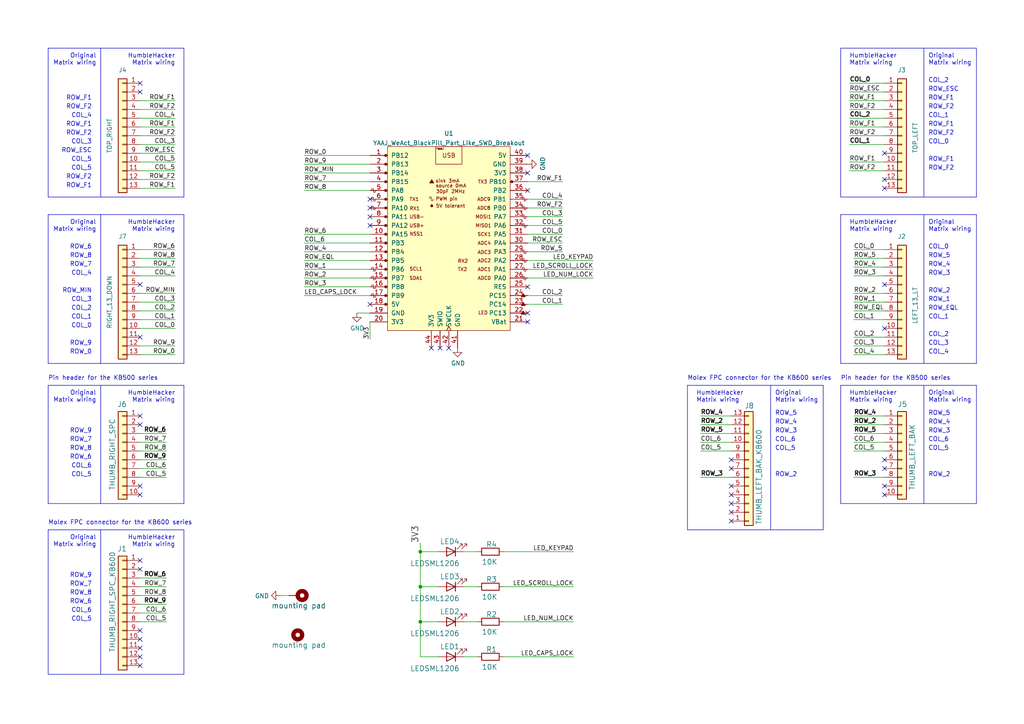
<source format=kicad_sch>
(kicad_sch (version 20230121) (generator eeschema)
  (paper "A4")
  (title_block (title "kinT keyboard controller") (date "2021-06-26") (company "Michael Stapelberg") (comment 1 "https://github.com/kinx-project/kint"))
  (lib_symbols
    (symbol "Connector_Generic:Conn_01x10" (pin_names (offset 1.016) hide)
      (property "Reference" "J" (at 0 12.7 0))
      (property "Value" "Conn_01x10" (at 0 -15.24 0))
      (symbol "Conn_01x10_1_1"
        (rectangle (start -1.27 -12.573) (end 0 -12.827) (stroke (width 0.1524)))
        (rectangle (start -1.27 -10.033) (end 0 -10.287) (stroke (width 0.1524)))
        (rectangle (start -1.27 -7.493) (end 0 -7.747) (stroke (width 0.1524)))
        (rectangle (start -1.27 -4.953) (end 0 -5.207) (stroke (width 0.1524)))
        (rectangle (start -1.27 -2.413) (end 0 -2.667) (stroke (width 0.1524)))
        (rectangle (start -1.27 0.127) (end 0 -0.127) (stroke (width 0.1524)))
        (rectangle (start -1.27 2.667) (end 0 2.413) (stroke (width 0.1524)))
        (rectangle (start -1.27 5.207) (end 0 4.953) (stroke (width 0.1524)))
        (rectangle (start -1.27 7.747) (end 0 7.493) (stroke (width 0.1524)))
        (rectangle (start -1.27 10.287) (end 0 10.033) (stroke (width 0.1524)))
        (rectangle (start -1.27 11.43) (end 1.27 -13.97) (stroke (width 0.254)) (fill (type background)))
        (pin passive line (at -5.08 10.16 0) (length 3.81) (name "Pin_1") (number "1"))
        (pin passive line (at -5.08 -12.7 0) (length 3.81) (name "Pin_10") (number "10"))
        (pin passive line (at -5.08 7.62 0) (length 3.81) (name "Pin_2") (number "2"))
        (pin passive line (at -5.08 5.08 0) (length 3.81) (name "Pin_3") (number "3"))
        (pin passive line (at -5.08 2.54 0) (length 3.81) (name "Pin_4") (number "4"))
        (pin passive line (at -5.08 0 0) (length 3.81) (name "Pin_5") (number "5"))
        (pin passive line (at -5.08 -2.54 0) (length 3.81) (name "Pin_6") (number "6"))
        (pin passive line (at -5.08 -5.08 0) (length 3.81) (name "Pin_7") (number "7"))
        (pin passive line (at -5.08 -7.62 0) (length 3.81) (name "Pin_8") (number "8"))
        (pin passive line (at -5.08 -10.16 0) (length 3.81) (name "Pin_9") (number "9"))
      )
    )
    (symbol "Connector_Generic:Conn_01x13" (pin_names (offset 1.016) hide)
      (property "Reference" "J" (at 0 17.78 0))
      (property "Value" "Conn_01x13" (at 0 -17.78 0))
      (symbol "Conn_01x13_1_1"
        (rectangle (start -1.27 -15.113) (end 0 -15.367) (stroke (width 0.1524)))
        (rectangle (start -1.27 -12.573) (end 0 -12.827) (stroke (width 0.1524)))
        (rectangle (start -1.27 -10.033) (end 0 -10.287) (stroke (width 0.1524)))
        (rectangle (start -1.27 -7.493) (end 0 -7.747) (stroke (width 0.1524)))
        (rectangle (start -1.27 -4.953) (end 0 -5.207) (stroke (width 0.1524)))
        (rectangle (start -1.27 -2.413) (end 0 -2.667) (stroke (width 0.1524)))
        (rectangle (start -1.27 0.127) (end 0 -0.127) (stroke (width 0.1524)))
        (rectangle (start -1.27 2.667) (end 0 2.413) (stroke (width 0.1524)))
        (rectangle (start -1.27 5.207) (end 0 4.953) (stroke (width 0.1524)))
        (rectangle (start -1.27 7.747) (end 0 7.493) (stroke (width 0.1524)))
        (rectangle (start -1.27 10.287) (end 0 10.033) (stroke (width 0.1524)))
        (rectangle (start -1.27 12.827) (end 0 12.573) (stroke (width 0.1524)))
        (rectangle (start -1.27 15.367) (end 0 15.113) (stroke (width 0.1524)))
        (rectangle (start -1.27 16.51) (end 1.27 -16.51) (stroke (width 0.254)) (fill (type background)))
        (pin passive line (at -5.08 15.24 0) (length 3.81) (name "Pin_1") (number "1"))
        (pin passive line (at -5.08 -7.62 0) (length 3.81) (name "Pin_10") (number "10"))
        (pin passive line (at -5.08 -10.16 0) (length 3.81) (name "Pin_11") (number "11"))
        (pin passive line (at -5.08 -12.7 0) (length 3.81) (name "Pin_12") (number "12"))
        (pin passive line (at -5.08 -15.24 0) (length 3.81) (name "Pin_13") (number "13"))
        (pin passive line (at -5.08 12.7 0) (length 3.81) (name "Pin_2") (number "2"))
        (pin passive line (at -5.08 10.16 0) (length 3.81) (name "Pin_3") (number "3"))
        (pin passive line (at -5.08 7.62 0) (length 3.81) (name "Pin_4") (number "4"))
        (pin passive line (at -5.08 5.08 0) (length 3.81) (name "Pin_5") (number "5"))
        (pin passive line (at -5.08 2.54 0) (length 3.81) (name "Pin_6") (number "6"))
        (pin passive line (at -5.08 0 0) (length 3.81) (name "Pin_7") (number "7"))
        (pin passive line (at -5.08 -2.54 0) (length 3.81) (name "Pin_8") (number "8"))
        (pin passive line (at -5.08 -5.08 0) (length 3.81) (name "Pin_9") (number "9"))
      )
    )
    (symbol "Device:LED" (pin_numbers hide) (pin_names (offset 1.016) hide)
      (property "Reference" "D" (at 0 2.54 0))
      (property "Value" "LED" (at 0 -2.54 0))
      (symbol "LED_0_1"
        (polyline (pts (xy -1.27 -1.27) (xy -1.27 1.27)) (stroke (width 0.254)))
        (polyline (pts (xy -1.27 0) (xy 1.27 0)))
        (polyline (pts (xy 1.27 -1.27) (xy 1.27 1.27) (xy -1.27 0) (xy 1.27 -1.27)) (stroke (width 0.254)))
        (polyline (pts (xy -3.048 -0.762) (xy -4.572 -2.286) (xy -3.81 -2.286) (xy -4.572 -2.286) (xy -4.572 -1.524)))
        (polyline (pts (xy -1.778 -0.762) (xy -3.302 -2.286) (xy -2.54 -2.286) (xy -3.302 -2.286) (xy -3.302 -1.524)))
      )
      (symbol "LED_1_1"
        (pin passive line (at -3.81 0 0) (length 2.54) (name "K") (number "1"))
        (pin passive line (at 3.81 0 180) (length 2.54) (name "A") (number "2"))
      )
    )
    (symbol "Device:R" (pin_numbers hide) (pin_names (offset 0))
      (property "Reference" "R" (at 2.032 0 90))
      (property "Value" "R" (at 0 0 90))
      (symbol "R_0_1"
        (rectangle (start -1.016 -2.54) (end 1.016 2.54) (stroke (width 0.254)))
      )
      (symbol "R_1_1"
        (pin passive line (at 0 3.81 270) (length 1.27) (name "~") (number "1"))
        (pin passive line (at 0 -3.81 90) (length 1.27) (name "~") (number "2"))
      )
    )
    (symbol "Mechanical:MountingHole" (pin_names (offset 1.016))
      (property "Reference" "H" (at 0 5.08 0))
      (property "Value" "MountingHole" (at 0 3.175 0))
      (symbol "MountingHole_0_1"
        (circle (center 0 0) (radius 1.27) (stroke (width 1.27)))
      )
    )
    (symbol "Mechanical:MountingHole_Pad" (pin_numbers hide) (pin_names (offset 1.016) hide)
      (property "Reference" "H" (at 0 6.35 0))
      (property "Value" "MountingHole_Pad" (at 0 4.445 0))
      (symbol "MountingHole_Pad_0_1"
        (circle (center 0 1.27) (radius 1.27) (stroke (width 1.27)))
      )
      (symbol "MountingHole_Pad_1_1"
        (pin input line (at 0 -2.54 90) (length 2.54) (name "1") (number "1"))
      )
    )
    (symbol "YAAJ_BlackPill_Part_Like_SWD_Breakout:YAAJ_WeAct_BlackPill_Part_Like_SWD_Breakout" (pin_names (offset 1.016))
      (property "Reference" "U" (at -17.526 27.94 0))
      (property "Value" "YAAJ_WeAct_BlackPill_Part_Like_SWD_Breakout" (at 9.144 27.94 0))
      (symbol "YAAJ_WeAct_BlackPill_Part_Like_SWD_Breakout_0_0"
        (circle (center -18.288 -20.32) (radius 0.3556) (fill (type outline)))
        (circle (center -18.288 -17.78) (radius 0.3556) (fill (type outline)))
        (circle (center -18.288 -15.24) (radius 0.3556) (fill (type outline)))
        (circle (center -18.288 -12.7) (radius 0.3556) (fill (type outline)))
        (circle (center -18.288 -10.16) (radius 0.3556) (fill (type outline)))
        (circle (center -18.288 -7.62) (radius 0.3556) (fill (type outline)))
        (circle (center -18.288 -5.08) (radius 0.3556) (fill (type outline)))
        (circle (center -18.288 -2.54) (radius 0.3556) (fill (type outline)))
        (circle (center -18.288 0) (radius 0.3556) (fill (type outline)))
        (circle (center -18.288 2.54) (radius 0.3556) (fill (type outline)))
        (circle (center -18.288 5.08) (radius 0.3556) (fill (type outline)))
        (circle (center -18.288 7.62) (radius 0.3556) (fill (type outline)))
        (circle (center -18.288 10.16) (radius 0.3556) (fill (type outline)))
        (circle (center -18.288 12.7) (radius 0.3556) (fill (type outline)))
        (circle (center -18.288 15.24) (radius 0.3556) (fill (type outline)))
        (circle (center -18.288 17.78) (radius 0.3556) (fill (type outline)))
        (circle (center -18.288 22.86) (radius 0.3556) (fill (type outline)))
        (circle (center -4.953 8.255) (radius 0.127) (fill (type outline)))
        (circle (center -4.953 8.255) (radius 0.254))
        (circle (center -4.953 8.255) (radius 0.3556))
        (polyline (pts (xy -5.588 14.859) (xy -4.953 15.875) (xy -4.318 14.859) (xy -5.588 14.859) (xy -4.953 15.748) (xy -4.445 14.859) (xy -5.461 14.986) (xy -4.953 15.621) (xy -4.572 14.859) (xy -5.334 15.113) (xy -4.826 15.494) (xy -4.699 14.859) (xy -5.207 15.24) (xy -4.699 15.367) (xy -4.826 14.986) (xy -5.08 15.24) (xy -4.826 15.113) (xy -4.953 15.367)))
        (polyline (pts (xy 20.955 -23.241) (xy 21.59 -22.225) (xy 22.225 -23.241) (xy 20.955 -23.241) (xy 21.59 -22.352) (xy 22.098 -23.241) (xy 21.082 -23.114) (xy 21.59 -22.479) (xy 21.971 -23.241) (xy 21.209 -22.987) (xy 21.717 -22.606) (xy 21.844 -23.241) (xy 21.336 -22.86) (xy 21.844 -22.733) (xy 21.717 -23.114) (xy 21.463 -22.86) (xy 21.717 -22.987) (xy 21.59 -22.733)))
        (polyline (pts (xy 20.955 -20.701) (xy 21.59 -19.685) (xy 22.225 -20.701) (xy 20.955 -20.701) (xy 21.59 -19.812) (xy 22.098 -20.701) (xy 21.082 -20.574) (xy 21.59 -19.939) (xy 21.971 -20.701) (xy 21.209 -20.447) (xy 21.717 -20.066) (xy 21.844 -20.701) (xy 21.336 -20.32) (xy 21.844 -20.193) (xy 21.717 -20.574) (xy 21.463 -20.32) (xy 21.717 -20.447) (xy 21.59 -20.193)))
        (polyline (pts (xy 20.955 -18.161) (xy 21.59 -17.145) (xy 22.225 -18.161) (xy 20.955 -18.161) (xy 21.59 -17.272) (xy 22.098 -18.161) (xy 21.082 -18.034) (xy 21.59 -17.399) (xy 21.971 -18.161) (xy 21.209 -17.907) (xy 21.717 -17.526) (xy 21.844 -18.161) (xy 21.336 -17.78) (xy 21.844 -17.653) (xy 21.717 -18.034) (xy 21.463 -17.78) (xy 21.717 -17.907) (xy 21.59 -17.653)))
        (circle (center 18.288 15.24) (radius 0.254) (fill (type outline)))
        (circle (center 18.288 15.24) (radius 0.3556))
        (text "30pF 2MHz" (at 0.508 12.446 0) (effects (font (size 0.9906 0.9906))))
        (text "5V tolerant" (at 0.508 8.255 0) (effects (font (size 0.9906 0.9906))))
        (text "ADC0" (at 10.287 -12.7 0) (effects (font (size 0.9906 0.9906))))
        (text "ADC1" (at 10.287 -10.16 0) (effects (font (size 0.9906 0.9906))))
        (text "ADC2" (at 10.287 -7.62 0) (effects (font (size 0.9906 0.9906))))
        (text "ADC3" (at 10.287 -5.207 0) (effects (font (size 0.9906 0.9906))))
        (text "ADC4" (at 10.287 -2.54 0) (effects (font (size 0.9906 0.9906))))
        (text "ADC8" (at 10.16 7.62 0) (effects (font (size 0.9906 0.9906))))
        (text "ADC9" (at 10.16 10.16 0) (effects (font (size 0.9906 0.9906))))
        (text "LED" (at 9.906 -22.733 0) (effects (font (size 0.9906 0.9906))))
        (text "MISO1" (at 10.033 2.54 0) (effects (font (size 0.9906 0.9906))))
        (text "MOSI1" (at 10.033 5.08 0) (effects (font (size 0.9906 0.9906))))
        (text "NSS1" (at -9.398 0.127 0) (effects (font (size 0.9906 0.9906))))
        (text "PWM pin" (at -0.635 10.287 0) (effects (font (size 0.9906 0.9906))))
        (text "RX1" (at -9.906 7.493 0) (effects (font (size 0.9906 0.9906))))
        (text "RX2" (at 4.064 -7.747 0) (effects (font (size 0.9906 0.9906))))
        (text "SCK1" (at 10.287 0 0) (effects (font (size 0.9906 0.9906))))
        (text "SCL1" (at -9.525 -10.033 0) (effects (font (size 0.9906 0.9906))))
        (text "SDA1" (at -9.525 -12.7 0) (effects (font (size 0.9906 0.9906))))
        (text "sink 3mA" (at -0.381 15.494 0) (effects (font (size 0.9906 0.9906))))
        (text "source 0mA" (at 0.635 14.097 0) (effects (font (size 0.9906 0.9906))))
        (text "TX1" (at -10.033 10.16 0) (effects (font (size 0.9906 0.9906))))
        (text "TX2" (at 3.937 -10.16 0) (effects (font (size 0.9906 0.9906))))
        (text "TX3" (at 9.779 15.24 0) (effects (font (size 0.9906 0.9906))))
        (text "USB" (at 0 22.86 0) (effects (font (size 1.27 1.27))))
        (text "USB+" (at -9.271 2.54 0) (effects (font (size 0.9906 0.9906))))
        (text "USB-" (at -9.271 5.08 0) (effects (font (size 0.9906 0.9906))))
        (text "Y@@J" (at -2.5654 24.8412 0) (effects (font (size 0.508 0.508))))
      )
      (symbol "YAAJ_WeAct_BlackPill_Part_Like_SWD_Breakout_0_1"
        (rectangle (start -17.78 25.4) (end 17.78 -27.94) (fill (type background)))
        (polyline (pts (xy -21.336 -17.78) (xy -21.336 -18.288) (xy -21.844 -18.288) (xy -21.844 -17.272) (xy -22.352 -17.272) (xy -22.352 -17.78)))
        (polyline (pts (xy -21.336 -15.24) (xy -21.336 -15.748) (xy -21.844 -15.748) (xy -21.844 -14.732) (xy -22.352 -14.732) (xy -22.352 -15.24)))
        (polyline (pts (xy -21.336 -12.7) (xy -21.336 -13.208) (xy -21.844 -13.208) (xy -21.844 -12.192) (xy -22.352 -12.192) (xy -22.352 -12.7)))
        (polyline (pts (xy -21.336 -10.16) (xy -21.336 -10.668) (xy -21.844 -10.668) (xy -21.844 -9.652) (xy -22.352 -9.652) (xy -22.352 -10.16)))
        (polyline (pts (xy -21.336 7.62) (xy -21.336 7.112) (xy -21.844 7.112) (xy -21.844 8.128) (xy -22.352 8.128) (xy -22.352 7.62)))
        (polyline (pts (xy -21.336 10.16) (xy -21.336 9.652) (xy -21.844 9.652) (xy -21.844 10.668) (xy -22.352 10.668) (xy -22.352 10.16)))
        (polyline (pts (xy -21.336 12.7) (xy -21.336 12.192) (xy -21.844 12.192) (xy -21.844 13.208) (xy -22.352 13.208) (xy -22.352 12.7)))
        (polyline (pts (xy -4.572 10.287) (xy -4.572 9.779) (xy -5.08 9.779) (xy -5.08 10.795) (xy -5.588 10.795) (xy -5.588 10.287)))
        (polyline (pts (xy 22.352 -12.7) (xy 22.352 -13.208) (xy 21.844 -13.208) (xy 21.844 -12.192) (xy 21.336 -12.192) (xy 21.336 -12.7)))
        (polyline (pts (xy 22.352 -10.16) (xy 22.352 -10.668) (xy 21.844 -10.668) (xy 21.844 -9.652) (xy 21.336 -9.652) (xy 21.336 -10.16)))
        (polyline (pts (xy 22.352 -7.62) (xy 22.352 -8.128) (xy 21.844 -8.128) (xy 21.844 -7.112) (xy 21.336 -7.112) (xy 21.336 -7.62)))
        (polyline (pts (xy 22.352 -5.08) (xy 22.352 -5.588) (xy 21.844 -5.588) (xy 21.844 -4.572) (xy 21.336 -4.572) (xy 21.336 -5.08)))
        (polyline (pts (xy 22.352 2.54) (xy 22.352 2.032) (xy 21.844 2.032) (xy 21.844 3.048) (xy 21.336 3.048) (xy 21.336 2.54)))
        (polyline (pts (xy 22.352 5.08) (xy 22.352 4.572) (xy 21.844 4.572) (xy 21.844 5.588) (xy 21.336 5.588) (xy 21.336 5.08)))
        (polyline (pts (xy 22.352 7.62) (xy 22.352 7.112) (xy 21.844 7.112) (xy 21.844 8.128) (xy 21.336 8.128) (xy 21.336 7.62)))
        (polyline (pts (xy 22.352 10.16) (xy 22.352 9.652) (xy 21.844 9.652) (xy 21.844 10.668) (xy 21.336 10.668) (xy 21.336 10.16)))
        (rectangle (start 3.81 25.4) (end -3.81 20.32))
      )
      (symbol "YAAJ_WeAct_BlackPill_Part_Like_SWD_Breakout_1_1"
        (circle (center -18.288 20.32) (radius 0.3556) (fill (type outline)))
        (pin bidirectional line (at -22.86 22.86 0) (length 5.08) (name "PB12") (number "1"))
        (pin bidirectional line (at -22.86 0 0) (length 5.08) (name "PA15") (number "10"))
        (pin bidirectional line (at -22.86 -2.54 0) (length 5.08) (name "PB3") (number "11"))
        (pin bidirectional line (at -22.86 -5.08 0) (length 5.08) (name "PB4") (number "12"))
        (pin bidirectional line (at -22.86 -7.62 0) (length 5.08) (name "PB5") (number "13"))
        (pin bidirectional line (at -22.86 -10.16 0) (length 5.08) (name "PB6") (number "14"))
        (pin bidirectional line (at -22.86 -12.7 0) (length 5.08) (name "PB7") (number "15"))
        (pin bidirectional line (at -22.86 -15.24 0) (length 5.08) (name "PB8") (number "16"))
        (pin bidirectional line (at -22.86 -17.78 0) (length 5.08) (name "PB9") (number "17"))
        (pin power_in line (at -22.86 -20.32 0) (length 5.08) (name "5V") (number "18"))
        (pin power_in line (at -22.86 -22.86 0) (length 5.08) (name "GND") (number "19"))
        (pin bidirectional line (at -22.86 20.32 0) (length 5.08) (name "PB13") (number "2"))
        (pin power_in line (at -22.86 -25.4 0) (length 5.08) (name "3V3") (number "20"))
        (pin power_in line (at 22.86 -25.4 180) (length 5.08) (name "VBat") (number "21"))
        (pin bidirectional line (at 22.86 -22.86 180) (length 5.08) (name "PC13") (number "22"))
        (pin bidirectional line (at 22.86 -20.32 180) (length 5.08) (name "PC14") (number "23"))
        (pin bidirectional line (at 22.86 -17.78 180) (length 5.08) (name "PC15") (number "24"))
        (pin input line (at 22.86 -15.24 180) (length 5.08) (name "RES") (number "25"))
        (pin bidirectional line (at 22.86 -12.7 180) (length 5.08) (name "PA0") (number "26"))
        (pin bidirectional line (at 22.86 -10.16 180) (length 5.08) (name "PA1") (number "27"))
        (pin bidirectional line (at 22.86 -7.62 180) (length 5.08) (name "PA2") (number "28"))
        (pin bidirectional line (at 22.86 -5.08 180) (length 5.08) (name "PA3") (number "29"))
        (pin bidirectional line (at -22.86 17.78 0) (length 5.08) (name "PB14") (number "3"))
        (pin bidirectional line (at 22.86 -2.54 180) (length 5.08) (name "PA4") (number "30"))
        (pin bidirectional line (at 22.86 0 180) (length 5.08) (name "PA5") (number "31"))
        (pin bidirectional line (at 22.86 2.54 180) (length 5.08) (name "PA6") (number "32"))
        (pin bidirectional line (at 22.86 5.08 180) (length 5.08) (name "PA7") (number "33"))
        (pin bidirectional line (at 22.86 7.62 180) (length 5.08) (name "PB0") (number "34"))
        (pin bidirectional line (at 22.86 10.16 180) (length 5.08) (name "PB1") (number "35"))
        (pin bidirectional line (at 22.86 12.7 180) (length 5.08) (name "PB2") (number "36"))
        (pin bidirectional line (at 22.86 15.24 180) (length 5.08) (name "PB10") (number "37"))
        (pin power_in line (at 22.86 17.78 180) (length 5.08) (name "3V3") (number "38"))
        (pin power_in line (at 22.86 20.32 180) (length 5.08) (name "GND") (number "39"))
        (pin bidirectional line (at -22.86 15.24 0) (length 5.08) (name "PB15") (number "4"))
        (pin power_in line (at 22.86 22.86 180) (length 5.08) (name "5V") (number "40"))
        (pin power_in line (at 2.54 -33.02 90) (length 5.08) (name "GND") (number "41"))
        (pin bidirectional clock (at 0 -33.02 90) (length 5.08) (name "SWCLK") (number "42"))
        (pin bidirectional line (at -2.54 -33.02 90) (length 5.08) (name "SWIO") (number "43"))
        (pin power_in line (at -5.08 -33.02 90) (length 5.08) (name "3V3") (number "44"))
        (pin bidirectional line (at -22.86 12.7 0) (length 5.08) (name "PA8") (number "5"))
        (pin bidirectional line (at -22.86 10.16 0) (length 5.08) (name "PA9") (number "6"))
        (pin bidirectional line (at -22.86 7.62 0) (length 5.08) (name "PA10") (number "7"))
        (pin bidirectional line (at -22.86 5.08 0) (length 5.08) (name "PA11") (number "8"))
        (pin bidirectional line (at -22.86 2.54 0) (length 5.08) (name "PA12") (number "9"))
      )
    )
    (symbol "power:GND" (power) (pin_names (offset 0))
      (property "Value" "GND" (at 0 -3.81 0))
      (symbol "GND_0_1"
        (polyline (pts (xy 0 0) (xy 0 -1.27) (xy 1.27 -1.27) (xy 0 -2.54) (xy -1.27 -1.27) (xy 0 -1.27)))
      )
      (symbol "GND_1_1"
        (pin power_in line (at 0 0 270) (length 0) hide (name "GND") (number "1"))
      )
    )
  )
  (junction (at 121.92 160.02))
  (junction (at 121.92 170.18))
  (junction (at 121.92 180.34))
  (no_connect (at 256.54 95.25))
  (no_connect (at 212.09 143.51))
  (no_connect (at 40.64 24.13))
  (no_connect (at 40.64 120.65))
  (no_connect (at 40.64 190.5))
  (no_connect (at 40.64 140.97))
  (no_connect (at 40.64 182.88))
  (no_connect (at 256.54 52.07))
  (no_connect (at 40.64 193.04))
  (no_connect (at 212.09 140.97))
  (no_connect (at 256.54 135.89))
  (no_connect (at 40.64 26.67))
  (no_connect (at 256.54 143.51))
  (no_connect (at 256.54 82.55))
  (no_connect (at 40.64 97.79))
  (no_connect (at 40.64 162.56))
  (no_connect (at 40.64 123.19))
  (no_connect (at 256.54 140.97))
  (no_connect (at 212.09 133.35))
  (no_connect (at 256.54 54.61))
  (no_connect (at 256.54 133.35))
  (no_connect (at 212.09 135.89))
  (no_connect (at 212.09 148.59))
  (no_connect (at 40.64 143.51))
  (no_connect (at 40.64 82.55))
  (no_connect (at 256.54 44.45))
  (no_connect (at 212.09 151.13))
  (no_connect (at 212.09 146.05))
  (no_connect (at 40.64 185.42))
  (no_connect (at 40.64 187.96))
  (no_connect (at 127.635 100.965))
  (no_connect (at 130.175 100.965))
  (no_connect (at 40.64 165.1))
  (no_connect (at 153.035 55.245))
  (no_connect (at 153.035 50.165))
  (no_connect (at 153.035 45.085))
  (no_connect (at 153.035 90.805))
  (no_connect (at 153.035 83.185))
  (no_connect (at 153.035 93.345))
  (no_connect (at 125.095 100.965))
  (no_connect (at 107.315 88.265))
  (no_connect (at 107.315 65.405))
  (no_connect (at 107.315 62.865))
  (no_connect (at 107.315 60.325))
  (no_connect (at 107.315 57.785))
  (wire (pts (xy 50.8 54.61) (xy 40.64 54.61)))
  (wire (pts (xy 81.28 172.72) (xy 83.82 172.72)))
  (polyline (pts (xy 283.21 146.05) (xy 283.21 111.76)))
  (wire (pts (xy 247.65 77.47) (xy 256.54 77.47)))
  (wire (pts (xy 247.65 85.09) (xy 256.54 85.09)))
  (wire (pts (xy 48.26 133.35) (xy 40.64 133.35)))
  (polyline (pts (xy 13.97 13.97) (xy 13.97 57.15)))
  (polyline (pts (xy 267.97 111.76) (xy 267.97 146.05)))
  (wire (pts (xy 50.8 100.33) (xy 40.64 100.33)))
  (wire (pts (xy 88.265 45.085) (xy 107.315 45.085)))
  (wire (pts (xy 40.64 44.45) (xy 50.8 44.45)))
  (polyline (pts (xy 13.97 62.23) (xy 13.97 105.41)))
  (wire (pts (xy 203.2 125.73) (xy 212.09 125.73)))
  (wire (pts (xy 247.65 130.81) (xy 256.54 130.81)))
  (wire (pts (xy 107.315 98.425) (xy 107.315 93.345)))
  (wire (pts (xy 146.05 180.34) (xy 166.37 180.34)))
  (wire (pts (xy 50.8 87.63) (xy 40.64 87.63)))
  (wire (pts (xy 247.65 92.71) (xy 256.54 92.71)))
  (wire (pts (xy 246.38 24.13) (xy 256.54 24.13)))
  (wire (pts (xy 40.64 46.99) (xy 50.8 46.99)))
  (wire (pts (xy 48.26 172.72) (xy 40.64 172.72)))
  (wire (pts (xy 246.38 39.37) (xy 256.54 39.37)))
  (wire (pts (xy 103.505 90.805) (xy 107.315 90.805)))
  (polyline (pts (xy 29.21 105.41) (xy 29.21 62.23)))
  (wire (pts (xy 146.05 190.5) (xy 166.37 190.5)))
  (polyline (pts (xy 13.97 195.58) (xy 53.34 195.58)))
  (wire (pts (xy 50.8 52.07) (xy 40.64 52.07)))
  (polyline (pts (xy 13.97 111.76) (xy 53.34 111.76)))
  (wire (pts (xy 88.265 73.025) (xy 107.315 73.025)))
  (polyline (pts (xy 53.34 146.05) (xy 53.34 111.76)))
  (wire (pts (xy 107.315 47.625) (xy 88.265 47.625)))
  (wire (pts (xy 246.38 29.21) (xy 256.54 29.21)))
  (wire (pts (xy 247.65 97.79) (xy 256.54 97.79)))
  (wire (pts (xy 247.65 102.87) (xy 256.54 102.87)))
  (wire (pts (xy 40.64 135.89) (xy 48.26 135.89)))
  (polyline (pts (xy 243.84 146.05) (xy 283.21 146.05)))
  (polyline (pts (xy 243.84 62.23) (xy 243.84 105.41)))
  (polyline (pts (xy 243.84 62.23) (xy 283.21 62.23)))
  (wire (pts (xy 163.195 57.785) (xy 153.035 57.785)))
  (wire (pts (xy 146.05 170.18) (xy 166.37 170.18)))
  (wire (pts (xy 48.26 128.27) (xy 40.64 128.27)))
  (wire (pts (xy 121.92 170.18) (xy 121.92 180.34)))
  (wire (pts (xy 203.2 120.65) (xy 212.09 120.65)))
  (wire (pts (xy 48.26 175.26) (xy 40.64 175.26)))
  (wire (pts (xy 247.65 90.17) (xy 256.54 90.17)))
  (polyline (pts (xy 53.34 62.23) (xy 53.34 105.41)))
  (wire (pts (xy 40.64 77.47) (xy 50.8 77.47)))
  (wire (pts (xy 48.26 170.18) (xy 40.64 170.18)))
  (wire (pts (xy 134.62 190.5) (xy 138.43 190.5)))
  (polyline (pts (xy 13.97 153.67) (xy 13.97 195.58)))
  (wire (pts (xy 40.64 92.71) (xy 50.8 92.71)))
  (wire (pts (xy 247.65 72.39) (xy 256.54 72.39)))
  (wire (pts (xy 246.38 49.53) (xy 256.54 49.53)))
  (polyline (pts (xy 238.76 111.76) (xy 238.76 153.67)))
  (wire (pts (xy 121.92 160.02) (xy 121.92 157.48)))
  (wire (pts (xy 121.92 160.02) (xy 121.92 170.18)))
  (wire (pts (xy 40.64 49.53) (xy 50.8 49.53)))
  (wire (pts (xy 163.195 70.485) (xy 153.035 70.485)))
  (wire (pts (xy 48.26 130.81) (xy 40.64 130.81)))
  (wire (pts (xy 247.65 120.65) (xy 256.54 120.65)))
  (wire (pts (xy 127 180.34) (xy 121.92 180.34)))
  (wire (pts (xy 48.26 167.64) (xy 40.64 167.64)))
  (wire (pts (xy 163.195 52.705) (xy 153.035 52.705)))
  (wire (pts (xy 247.65 74.93) (xy 256.54 74.93)))
  (polyline (pts (xy 53.34 153.67) (xy 53.34 195.58)))
  (wire (pts (xy 40.64 31.75) (xy 50.8 31.75)))
  (wire (pts (xy 246.38 46.99) (xy 256.54 46.99)))
  (wire (pts (xy 256.54 123.19) (xy 247.65 123.19)))
  (wire (pts (xy 256.54 128.27) (xy 247.65 128.27)))
  (wire (pts (xy 48.26 125.73) (xy 40.64 125.73)))
  (wire (pts (xy 163.195 60.325) (xy 153.035 60.325)))
  (polyline (pts (xy 53.34 13.97) (xy 53.34 57.15)))
  (wire (pts (xy 172.085 78.105) (xy 153.035 78.105)))
  (polyline (pts (xy 199.39 153.67) (xy 238.76 153.67)))
  (polyline (pts (xy 243.84 57.15) (xy 283.21 57.15)))
  (polyline (pts (xy 267.97 57.15) (xy 267.97 13.97)))
  (wire (pts (xy 247.65 100.33) (xy 256.54 100.33)))
  (wire (pts (xy 88.265 78.105) (xy 107.315 78.105)))
  (wire (pts (xy 134.62 180.34) (xy 138.43 180.34)))
  (wire (pts (xy 134.62 170.18) (xy 138.43 170.18)))
  (wire (pts (xy 88.265 85.725) (xy 107.315 85.725)))
  (wire (pts (xy 247.65 80.01) (xy 256.54 80.01)))
  (wire (pts (xy 50.8 74.93) (xy 40.64 74.93)))
  (wire (pts (xy 48.26 180.34) (xy 40.64 180.34)))
  (polyline (pts (xy 13.97 153.67) (xy 53.34 153.67)))
  (wire (pts (xy 40.64 41.91) (xy 50.8 41.91)))
  (polyline (pts (xy 29.21 153.67) (xy 29.21 195.58)))
  (polyline (pts (xy 223.52 111.76) (xy 223.52 153.67)))
  (polyline (pts (xy 267.97 62.23) (xy 267.97 105.41)))
  (wire (pts (xy 247.65 125.73) (xy 256.54 125.73)))
  (wire (pts (xy 212.09 123.19) (xy 203.2 123.19)))
  (polyline (pts (xy 29.21 146.05) (xy 29.21 111.76)))
  (wire (pts (xy 50.8 102.87) (xy 40.64 102.87)))
  (wire (pts (xy 48.26 177.8) (xy 40.64 177.8)))
  (wire (pts (xy 50.8 72.39) (xy 40.64 72.39)))
  (polyline (pts (xy 13.97 62.23) (xy 53.34 62.23)))
  (wire (pts (xy 107.315 80.645) (xy 88.265 80.645)))
  (wire (pts (xy 50.8 95.25) (xy 40.64 95.25)))
  (polyline (pts (xy 243.84 105.41) (xy 283.21 105.41)))
  (wire (pts (xy 121.92 180.34) (xy 121.92 190.5)))
  (wire (pts (xy 246.38 34.29) (xy 256.54 34.29)))
  (wire (pts (xy 88.265 75.565) (xy 107.315 75.565)))
  (wire (pts (xy 212.09 128.27) (xy 203.2 128.27)))
  (wire (pts (xy 163.195 88.265) (xy 153.035 88.265)))
  (wire (pts (xy 163.195 65.405) (xy 153.035 65.405)))
  (polyline (pts (xy 243.84 111.76) (xy 283.21 111.76)))
  (polyline (pts (xy 199.39 111.76) (xy 199.39 153.67)))
  (polyline (pts (xy 13.97 111.76) (xy 13.97 146.05)))
  (wire (pts (xy 246.38 41.91) (xy 256.54 41.91)))
  (wire (pts (xy 256.54 138.43) (xy 247.65 138.43)))
  (wire (pts (xy 107.315 67.945) (xy 88.265 67.945)))
  (wire (pts (xy 153.035 85.725) (xy 163.195 85.725)))
  (polyline (pts (xy 13.97 105.41) (xy 53.34 105.41)))
  (wire (pts (xy 247.65 87.63) (xy 256.54 87.63)))
  (wire (pts (xy 246.38 31.75) (xy 256.54 31.75)))
  (wire (pts (xy 107.315 52.705) (xy 88.265 52.705)))
  (wire (pts (xy 88.265 50.165) (xy 107.315 50.165)))
  (polyline (pts (xy 243.84 13.97) (xy 243.84 57.15)))
  (polyline (pts (xy 13.97 57.15) (xy 53.34 57.15)))
  (wire (pts (xy 88.265 55.245) (xy 107.315 55.245)))
  (wire (pts (xy 134.62 160.02) (xy 138.43 160.02)))
  (wire (pts (xy 88.265 83.185) (xy 107.315 83.185)))
  (polyline (pts (xy 243.84 111.76) (xy 243.84 146.05)))
  (polyline (pts (xy 29.21 57.15) (xy 29.21 13.97)))
  (wire (pts (xy 127 160.02) (xy 121.92 160.02)))
  (wire (pts (xy 153.035 80.645) (xy 172.085 80.645)))
  (polyline (pts (xy 283.21 57.15) (xy 283.21 13.97)))
  (wire (pts (xy 163.195 62.865) (xy 153.035 62.865)))
  (wire (pts (xy 246.38 36.83) (xy 256.54 36.83)))
  (wire (pts (xy 50.8 85.09) (xy 40.64 85.09)))
  (wire (pts (xy 40.64 39.37) (xy 50.8 39.37)))
  (wire (pts (xy 40.64 36.83) (xy 50.8 36.83)))
  (wire (pts (xy 153.035 73.025) (xy 163.195 73.025)))
  (polyline (pts (xy 199.39 111.76) (xy 238.76 111.76)))
  (wire (pts (xy 172.085 75.565) (xy 153.035 75.565)))
  (wire (pts (xy 40.64 29.21) (xy 50.8 29.21)))
  (wire (pts (xy 50.8 80.01) (xy 40.64 80.01)))
  (polyline (pts (xy 13.97 13.97) (xy 53.34 13.97)))
  (wire (pts (xy 127 170.18) (xy 121.92 170.18)))
  (wire (pts (xy 203.2 130.81) (xy 212.09 130.81)))
  (wire (pts (xy 88.265 70.485) (xy 107.315 70.485)))
  (wire (pts (xy 48.26 138.43) (xy 40.64 138.43)))
  (wire (pts (xy 50.8 34.29) (xy 40.64 34.29)))
  (wire (pts (xy 121.92 190.5) (xy 127 190.5)))
  (wire (pts (xy 246.38 26.67) (xy 256.54 26.67)))
  (wire (pts (xy 50.8 90.17) (xy 40.64 90.17)))
  (wire (pts (xy 212.09 138.43) (xy 203.2 138.43)))
  (polyline (pts (xy 13.97 146.05) (xy 53.34 146.05)))
  (polyline (pts (xy 283.21 105.41) (xy 283.21 62.23)))
  (wire (pts (xy 163.195 67.945) (xy 153.035 67.945)))
  (wire (pts (xy 146.05 160.02) (xy 166.37 160.02)))
  (polyline (pts (xy 243.84 13.97) (xy 283.21 13.97)))
  (text "COL_6" (at 269.24 128.27 0) (effects (font (size 1.27 1.27)) (justify left bottom)))
  (text "ROW_F2" (at 26.67 52.07 0) (effects (font (size 1.27 1.27)) (justify right bottom)))
  (text "ROW_F2" (at 269.24 49.53 0) (effects (font (size 1.27 1.27)) (justify left bottom)))
  (text "COL_6" (at 26.67 177.8 0) (effects (font (size 1.27 1.27)) (justify right bottom)))
  (text "ROW_6" (at 26.67 175.26 0) (effects (font (size 1.27 1.27)) (justify right bottom)))
  (text "Pin header for the KB500 series" (at 13.97 110.49 0) (effects (font (size 1.27 1.27)) (justify left bottom)))
  (text "Molex FPC connector for the KB600 series" (at 199.39 110.49 0) (effects (font (size 1.27 1.27)) (justify left bottom)))
  (text "ROW_7" (at 26.67 77.47 0) (effects (font (size 1.27 1.27)) (justify right bottom)))
  (text "COL_3" (at 26.67 87.63 0) (effects (font (size 1.27 1.27)) (justify right bottom)))
  (text "ROW_4" (at 269.24 77.47 0) (effects (font (size 1.27 1.27)) (justify left bottom)))
  (text "ROW_ESC" (at 26.67 44.45 0) (effects (font (size 1.27 1.27)) (justify right bottom)))
  (text "COL_3" (at 269.24 100.33 0) (effects (font (size 1.27 1.27)) (justify left bottom)))
  (text "COL_0" (at 269.24 41.91 0) (effects (font (size 1.27 1.27)) (justify left bottom)))
  (text "Pin header for the KB500 series" (at 243.84 110.49 0) (effects (font (size 1.27 1.27)) (justify left bottom)))
  (text "ROW_3" (at 269.24 80.01 0) (effects (font (size 1.27 1.27)) (justify left bottom)))
  (text "ROW_4" (at 269.24 123.19 0) (effects (font (size 1.27 1.27)) (justify left bottom)))
  (text "ROW_3" (at 224.79 125.73 0) (effects (font (size 1.27 1.27)) (justify left bottom)))
  (text "ROW_2" (at 269.24 138.43 0) (effects (font (size 1.27 1.27)) (justify left bottom)))
  (text "COL_6" (at 224.79 128.27 0) (effects (font (size 1.27 1.27)) (justify left bottom)))
  (text "ROW_1" (at 269.24 87.63 0) (effects (font (size 1.27 1.27)) (justify left bottom)))
  (text "ROW_7" (at 26.67 170.18 0) (effects (font (size 1.27 1.27)) (justify right bottom)))
  (text "ROW_F2" (at 269.24 39.37 0) (effects (font (size 1.27 1.27)) (justify left bottom)))
  (text "Original\nMatrix wiring" (at 269.24 19.05 0) (effects (font (size 1.27 1.27)) (justify left bottom)))
  (text "ROW_5" (at 269.24 74.93 0) (effects (font (size 1.27 1.27)) (justify left bottom)))
  (text "ROW_MIN" (at 26.67 85.09 0) (effects (font (size 1.27 1.27)) (justify right bottom)))
  (text "ROW_6" (at 26.67 72.39 0) (effects (font (size 1.27 1.27)) (justify right bottom)))
  (text "ROW_ESC" (at 269.24 26.67 0) (effects (font (size 1.27 1.27)) (justify left bottom)))
  (text "ROW_F1" (at 269.24 36.83 0) (effects (font (size 1.27 1.27)) (justify left bottom)))
  (text "HumbleHacker\nMatrix wiring" (at 246.38 67.31 0) (effects (font (size 1.27 1.27)) (justify left bottom)))
  (text "ROW_6" (at 26.67 133.35 0) (effects (font (size 1.27 1.27)) (justify right bottom)))
  (text "ROW_EQL" (at 269.24 90.17 0) (effects (font (size 1.27 1.27)) (justify left bottom)))
  (text "ROW_F2" (at 269.24 31.75 0) (effects (font (size 1.27 1.27)) (justify left bottom)))
  (text "ROW_9" (at 26.67 125.73 0) (effects (font (size 1.27 1.27)) (justify right bottom)))
  (text "COL_4" (at 26.67 34.29 0) (effects (font (size 1.27 1.27)) (justify right bottom)))
  (text "COL_4" (at 26.67 80.01 0) (effects (font (size 1.27 1.27)) (justify right bottom)))
  (text "COL_5" (at 26.67 138.43 0) (effects (font (size 1.27 1.27)) (justify right bottom)))
  (text "COL_1" (at 269.24 92.71 0) (effects (font (size 1.27 1.27)) (justify left bottom)))
  (text "Original\nMatrix wiring" (at 27.94 116.84 0) (effects (font (size 1.27 1.27)) (justify right bottom)))
  (text "HumbleHacker\nMatrix wiring" (at 50.8 158.75 0) (effects (font (size 1.27 1.27)) (justify right bottom)))
  (text "COL_6" (at 26.67 135.89 0) (effects (font (size 1.27 1.27)) (justify right bottom)))
  (text "COL_1" (at 26.67 92.71 0) (effects (font (size 1.27 1.27)) (justify right bottom)))
  (text "HumbleHacker\nMatrix wiring" (at 246.38 116.84 0) (effects (font (size 1.27 1.27)) (justify left bottom)))
  (text "HumbleHacker\nMatrix wiring" (at 50.8 19.05 0) (effects (font (size 1.27 1.27)) (justify right bottom)))
  (text "COL_0" (at 269.24 72.39 0) (effects (font (size 1.27 1.27)) (justify left bottom)))
  (text "Original\nMatrix wiring" (at 269.24 67.31 0) (effects (font (size 1.27 1.27)) (justify left bottom)))
  (text "COL_5" (at 269.24 130.81 0) (effects (font (size 1.27 1.27)) (justify left bottom)))
  (text "ROW_F1" (at 269.24 29.21 0) (effects (font (size 1.27 1.27)) (justify left bottom)))
  (text "ROW_F1" (at 26.67 36.83 0) (effects (font (size 1.27 1.27)) (justify right bottom)))
  (text "HumbleHacker\nMatrix wiring" (at 246.38 19.05 0) (effects (font (size 1.27 1.27)) (justify left bottom)))
  (text "HumbleHacker\nMatrix wiring" (at 50.8 116.84 0) (effects (font (size 1.27 1.27)) (justify right bottom)))
  (text "ROW_F2" (at 26.67 31.75 0) (effects (font (size 1.27 1.27)) (justify right bottom)))
  (text "ROW_9" (at 26.67 100.33 0) (effects (font (size 1.27 1.27)) (justify right bottom)))
  (text "COL_2" (at 26.67 90.17 0) (effects (font (size 1.27 1.27)) (justify right bottom)))
  (text "COL_5" (at 26.67 49.53 0) (effects (font (size 1.27 1.27)) (justify right bottom)))
  (text "COL_4" (at 269.24 102.87 0) (effects (font (size 1.27 1.27)) (justify left bottom)))
  (text "ROW_F2" (at 26.67 39.37 0) (effects (font (size 1.27 1.27)) (justify right bottom)))
  (text "COL_5" (at 26.67 180.34 0) (effects (font (size 1.27 1.27)) (justify right bottom)))
  (text "COL_1" (at 269.24 34.29 0) (effects (font (size 1.27 1.27)) (justify left bottom)))
  (text "ROW_F1" (at 26.67 54.61 0) (effects (font (size 1.27 1.27)) (justify right bottom)))
  (text "ROW_7" (at 26.67 128.27 0) (effects (font (size 1.27 1.27)) (justify right bottom)))
  (text "ROW_2" (at 269.24 85.09 0) (effects (font (size 1.27 1.27)) (justify left bottom)))
  (text "Original\nMatrix wiring" (at 27.94 67.31 0) (effects (font (size 1.27 1.27)) (justify right bottom)))
  (text "COL_2" (at 269.24 97.79 0) (effects (font (size 1.27 1.27)) (justify left bottom)))
  (text "Original\nMatrix wiring" (at 27.94 19.05 0) (effects (font (size 1.27 1.27)) (justify right bottom)))
  (text "ROW_8" (at 26.67 74.93 0) (effects (font (size 1.27 1.27)) (justify right bottom)))
  (text "ROW_5" (at 224.79 120.65 0) (effects (font (size 1.27 1.27)) (justify left bottom)))
  (text "ROW_3" (at 269.24 125.73 0) (effects (font (size 1.27 1.27)) (justify left bottom)))
  (text "ROW_F1" (at 269.24 46.99 0) (effects (font (size 1.27 1.27)) (justify left bottom)))
  (text "ROW_2" (at 224.79 138.43 0) (effects (font (size 1.27 1.27)) (justify left bottom)))
  (text "ROW_8" (at 26.67 172.72 0) (effects (font (size 1.27 1.27)) (justify right bottom)))
  (text "HumbleHacker\nMatrix wiring" (at 201.93 116.84 0) (effects (font (size 1.27 1.27)) (justify left bottom)))
  (text "ROW_F1" (at 26.67 29.21 0) (effects (font (size 1.27 1.27)) (justify right bottom)))
  (text "ROW_9" (at 26.67 167.64 0) (effects (font (size 1.27 1.27)) (justify right bottom)))
  (text "Original\nMatrix wiring" (at 269.24 116.84 0) (effects (font (size 1.27 1.27)) (justify left bottom)))
  (text "ROW_0" (at 26.67 102.87 0) (effects (font (size 1.27 1.27)) (justify right bottom)))
  (text "COL_3" (at 26.67 41.91 0) (effects (font (size 1.27 1.27)) (justify right bottom)))
  (text "Original\nMatrix wiring" (at 27.94 158.75 0) (effects (font (size 1.27 1.27)) (justify right bottom)))
  (text "ROW_8" (at 26.67 130.81 0) (effects (font (size 1.27 1.27)) (justify right bottom)))
  (text "COL_5" (at 224.79 130.81 0) (effects (font (size 1.27 1.27)) (justify left bottom)))
  (text "ROW_5" (at 269.24 120.65 0) (effects (font (size 1.27 1.27)) (justify left bottom)))
  (text "COL_0" (at 26.67 95.25 0) (effects (font (size 1.27 1.27)) (justify right bottom)))
  (text "COL_2" (at 269.24 24.13 0) (effects (font (size 1.27 1.27)) (justify left bottom)))
  (text "HumbleHacker\nMatrix wiring" (at 50.8 67.31 0) (effects (font (size 1.27 1.27)) (justify right bottom)))
  (text "Molex FPC connector for the KB600 series" (at 13.97 152.4 0) (effects (font (size 1.27 1.27)) (justify left bottom)))
  (text "COL_5" (at 26.67 46.99 0) (effects (font (size 1.27 1.27)) (justify right bottom)))
  (text "ROW_4" (at 224.79 123.19 0) (effects (font (size 1.27 1.27)) (justify left bottom)))
  (text "Original\nMatrix wiring" (at 224.79 116.84 0) (effects (font (size 1.27 1.27)) (justify left bottom)))
  (label "ROW_4" (at 247.65 77.47 0))
  (label "LED_CAPS_LOCK" (at 166.37 190.5 180))
  (label "ROW_7" (at 50.8 77.47 180))
  (label "COL_3" (at 50.8 41.91 180))
  (label "ROW_6" (at 88.265 67.945 0))
  (label "3V3" (at 121.92 157.48 90) (effects (font (size 1.778 1.778))))
  (label "ROW_F2" (at 50.8 52.07 180))
  (label "ROW_F2" (at 246.38 39.37 0))
  (label "COL_1" (at 163.195 88.265 180))
  (label "ROW_F1" (at 50.8 54.61 180))
  (label "ROW_8" (at 48.26 130.81 180))
  (label "ROW_F2" (at 50.8 31.75 180))
  (label "ROW_4" (at 88.265 73.025 0))
  (label "COL_1" (at 246.38 41.91 0) (effects (font (thickness 0.254) bold)))
  (label "ROW_5" (at 247.65 74.93 0))
  (label "ROW_4" (at 247.65 120.65 0) (effects (font (thickness 0.254) bold)))
  (label "ROW_7" (at 48.26 170.18 180))
  (label "ROW_MIN" (at 88.265 50.165 0))
  (label "COL_4" (at 163.195 57.785 180))
  (label "COL_5" (at 50.8 49.53 180))
  (label "COL_5" (at 163.195 65.405 180))
  (label "LED_KEYPAD" (at 172.085 75.565 180))
  (label "ROW_7" (at 88.265 52.705 0))
  (label "COL_3" (at 163.195 62.865 180))
  (label "ROW_7" (at 48.26 128.27 180))
  (label "ROW_9" (at 50.8 100.33 180))
  (label "ROW_F1" (at 50.8 36.83 180))
  (label "ROW_F1" (at 246.38 29.21 0))
  (label "ROW_8" (at 50.8 74.93 180))
  (label "ROW_F2" (at 163.195 60.325 180))
  (label "COL_2" (at 246.38 34.29 0) (effects (font (thickness 0.254) bold)))
  (label "ROW_0" (at 88.265 45.085 0))
  (label "ROW_5" (at 203.2 125.73 0) (effects (font (thickness 0.254) bold)))
  (label "COL_5" (at 247.65 130.81 0))
  (label "COL_6" (at 88.265 70.485 0))
  (label "COL_4" (at 50.8 80.01 180))
  (label "LED_KEYPAD" (at 166.37 160.02 180))
  (label "ROW_3" (at 247.65 138.43 0) (effects (font (thickness 0.254) bold)))
  (label "ROW_ESC" (at 163.195 70.485 180))
  (label "ROW_F2" (at 50.8 39.37 180))
  (label "ROW_9" (at 48.26 175.26 180) (effects (font (thickness 0.254) bold)))
  (label "ROW_F2" (at 246.38 31.75 0))
  (label "LED_CAPS_LOCK" (at 88.265 85.725 0))
  (label "ROW_F1" (at 246.38 36.83 0))
  (label "COL_2" (at 163.195 85.725 180))
  (label "ROW_F1" (at 50.8 29.21 180))
  (label "COL_5" (at 203.2 130.81 0))
  (label "COL_4" (at 247.65 102.87 0))
  (label "COL_3" (at 50.8 87.63 180))
  (label "COL_1" (at 50.8 92.71 180))
  (label "ROW_3" (at 88.265 83.185 0))
  (label "COL_2" (at 247.65 97.79 0))
  (label "ROW_5" (at 163.195 73.025 180))
  (label "ROW_6" (at 50.8 72.39 180))
  (label "ROW_F2" (at 246.38 49.53 0))
  (label "COL_6" (at 48.26 135.89 180))
  (label "COL_3" (at 247.65 100.33 0))
  (label "COL_5" (at 50.8 46.99 180))
  (label "LED_SCROLL_LOCK" (at 166.37 170.18 180))
  (label "ROW_2" (at 247.65 123.19 0) (effects (font (thickness 0.254) bold)))
  (label "ROW_2" (at 247.65 85.09 0))
  (label "COL_0" (at 163.195 67.945 180))
  (label "ROW_F1" (at 246.38 46.99 0))
  (label "ROW_EQL" (at 247.65 90.17 0))
  (label "ROW_9" (at 48.26 133.35 180) (effects (font (thickness 0.254) bold)))
  (label "ROW_ESC" (at 246.38 26.67 0))
  (label "COL_0" (at 247.65 72.39 0))
  (label "ROW_1" (at 88.265 78.105 0))
  (label "ROW_2" (at 88.265 80.645 0))
  (label "ROW_5" (at 247.65 125.73 0) (effects (font (thickness 0.254) bold)))
  (label "ROW_8" (at 88.265 55.245 0))
  (label "LED_NUM_LOCK" (at 172.085 80.645 180))
  (label "COL_6" (at 203.2 128.27 0))
  (label "COL_0" (at 50.8 95.25 180))
  (label "ROW_1" (at 247.65 87.63 0))
  (label "ROW_8" (at 48.26 172.72 180))
  (label "ROW_6" (at 48.26 167.64 180) (effects (font (thickness 0.254) bold)))
  (label "ROW_F1" (at 163.195 52.705 180))
  (label "COL_6" (at 247.65 128.27 0))
  (label "COL_1" (at 247.65 92.71 0))
  (label "ROW_0" (at 50.8 102.87 180))
  (label "ROW_2" (at 203.2 123.19 0) (effects (font (thickness 0.254) bold)))
  (label "COL_0" (at 246.38 24.13 0) (effects (font (thickness 0.254) bold)))
  (label "COL_6" (at 48.26 177.8 180))
  (label "LED_SCROLL_LOCK" (at 172.085 78.105 180))
  (label "COL_5" (at 48.26 138.43 180))
  (label "3V3" (at 107.315 98.425 90))
  (label "ROW_EQL" (at 88.265 75.565 0))
  (label "ROW_4" (at 203.2 120.65 0) (effects (font (thickness 0.254) bold)))
  (label "COL_2" (at 50.8 90.17 180))
  (label "ROW_3" (at 203.2 138.43 0) (effects (font (thickness 0.254) bold)))
  (label "LED_NUM_LOCK" (at 166.37 180.34 180))
  (label "COL_4" (at 50.8 34.29 180))
  (label "ROW_3" (at 247.65 80.01 0))
  (label "ROW_MIN" (at 50.8 85.09 180))
  (label "ROW_6" (at 48.26 125.73 180) (effects (font (thickness 0.254) bold)))
  (label "ROW_ESC" (at 50.8 44.45 180))
  (label "COL_5" (at 48.26 180.34 180))
  (label "ROW_9" (at 88.265 47.625 0))
  (symbol (lib_id "Device:R") (at 142.24 190.5 270) (unit 1)
    (property "Reference" "R1" (at 140.97 189.23 90) (effects (font (size 1.4986 1.4986)) (justify left bottom)))
    (property "Value" "10K" (at 139.7 194.31 90) (effects (font (size 1.4986 1.4986)) (justify left bottom)))
    (property "Footprint" "Resistor_SMD:R_1206_3216Metric_Pad1.42x1.75mm_HandSolder" (effects hide))
    (property "digikeypn" "541-3983-1-ND" (effects hide))
    (property "MPN" "CRCW120610K0FKEAC" (effects hide))
    (property "mouserpn" "71-CRCW120610K0FKEAC" (effects hide))
  )
  (symbol (lib_id "Device:LED") (at 130.81 160.02 180) (unit 1)
    (property "Reference" "LED4" (at 133.35 156.21 0) (effects (font (size 1.4986 1.4986)) (justify left bottom)))
    (property "Value" "LEDSML1206" (at 133.35 162.56 0) (effects (font (size 1.4986 1.4986)) (justify left bottom)))
    (property "Footprint" "LED_SMD:LED_1206_3216Metric_Pad1.42x1.75mm_HandSolder" (effects hide))
    (property "digikeypn" "754-1439-1-ND" (effects hide))
    (property "MPN" "APT3216QBC/D" (effects hide))
    (property "mouserpn" "604-APT3216QBC/D" (effects hide))
  )
  (symbol (lib_id "Connector_Generic:Conn_01x10") (at 35.56 130.81 0) (mirror y) (unit 1)
    (property "Reference" "J6" (at 36.83 118.11 0) (effects (font (size 1.4986 1.4986)) (justify left bottom)))
    (property "Value" "THUMB_RIGHT_SPC" (at 31.75 142.24 90) (effects (font (size 1.4986 1.4986)) (justify left bottom)))
    (property "Footprint" "Connector_PinHeader_2.54mm:PinHeader_1x10_P2.54mm_Vertical" (effects hide))
    (property "digikeypn" "WM14526-ND" (effects hide))
    (property "MPN" "39-53-2135" (effects hide))
    (property "mouserpn" "538-39-53-2135" (effects hide))
  )
  (symbol (lib_id "Device:R") (at 142.24 160.02 270) (unit 1)
    (property "Reference" "R4" (at 140.97 158.75 90) (effects (font (size 1.4986 1.4986)) (justify left bottom)))
    (property "Value" "10K" (at 139.7 163.83 90) (effects (font (size 1.4986 1.4986)) (justify left bottom)))
    (property "Footprint" "Resistor_SMD:R_1206_3216Metric_Pad1.42x1.75mm_HandSolder" (effects hide))
    (property "digikeypn" "541-3983-1-ND" (effects hide))
    (property "MPN" "CRCW120610K0FKEAC" (effects hide))
    (property "mouserpn" "71-CRCW120610K0FKEAC" (effects hide))
  )
  (symbol (lib_id "Connector_Generic:Conn_01x10") (at 261.62 130.81 0) (unit 1)
    (property "Reference" "J5" (at 260.35 118.11 0) (effects (font (size 1.4986 1.4986)) (justify left bottom)))
    (property "Value" "THUMB_LEFT_BAK" (at 265.43 142.24 90) (effects (font (size 1.4986 1.4986)) (justify left bottom)))
    (property "Footprint" "Connector_PinHeader_2.54mm:PinHeader_1x10_P2.54mm_Vertical" (effects hide))
    (property "digikeypn" "WM14526-ND" (effects hide))
    (property "MPN" "39-53-2135" (effects hide))
    (property "mouserpn" "538-39-53-2135" (effects hide))
  )
  (symbol (lib_id "Device:R") (at 142.24 180.34 270) (unit 1)
    (property "Reference" "R2" (at 140.97 179.07 90) (effects (font (size 1.4986 1.4986)) (justify left bottom)))
    (property "Value" "10K" (at 139.7 184.15 90) (effects (font (size 1.4986 1.4986)) (justify left bottom)))
    (property "Footprint" "Resistor_SMD:R_1206_3216Metric_Pad1.42x1.75mm_HandSolder" (effects hide))
    (property "digikeypn" "541-3983-1-ND" (effects hide))
    (property "MPN" "CRCW120610K0FKEAC" (effects hide))
    (property "mouserpn" "71-CRCW120610K0FKEAC" (effects hide))
  )
  (symbol (lib_id "Mechanical:MountingHole_Pad") (at 86.36 172.72 270) (unit 1)
    (property "Reference" "H1" (effects hide))
    (property "Value" "mounting pad" (at 78.74 176.53 90) (effects (font (size 1.4986 1.4986)) (justify left bottom)))
    (property "Footprint" "MountingHole:MountingHole_4.3mm_M4_Pad" (effects hide))
  )
  (symbol (lib_id "Device:LED") (at 130.81 170.18 180) (unit 1)
    (property "Reference" "LED3" (at 133.35 166.37 0) (effects (font (size 1.4986 1.4986)) (justify left bottom)))
    (property "Value" "LEDSML1206" (at 133.35 172.72 0) (effects (font (size 1.4986 1.4986)) (justify left bottom)))
    (property "Footprint" "LED_SMD:LED_1206_3216Metric_Pad1.42x1.75mm_HandSolder" (effects hide))
    (property "digikeypn" "754-1439-1-ND" (effects hide))
    (property "MPN" "APT3216QBC/D" (effects hide))
    (property "mouserpn" "604-APT3216QBC/D" (effects hide))
  )
  (symbol (lib_id "Connector_Generic:Conn_01x13") (at 261.62 87.63 0) (unit 1)
    (property "Reference" "J2" (at 260.35 68.58 0) (effects (justify left)))
    (property "Value" "LEFT_13_LT" (at 265.43 93.98 90) (effects (justify left)))
    (property "Footprint" "kinx:39-53-2135" (effects hide))
    (property "digikeypn" "WM14526-ND" (effects hide))
    (property "MPN" "39-53-2135" (effects hide))
    (property "mouserpn" "538-39-53-2135" (effects hide))
  )
  (symbol (lib_id "Connector_Generic:Conn_01x13") (at 35.56 87.63 0) (mirror y) (unit 1)
    (property "Reference" "J7" (at 35.56 68.58 0))
    (property "Value" "RIGHT_13_DOWN" (at 31.75 87.63 90))
    (property "Footprint" "kinx:39-53-2135" (effects hide))
    (property "digikeypn" "WM14526-ND" (effects hide))
    (property "MPN" "39-53-2135" (effects hide))
    (property "mouserpn" "538-39-53-2135" (effects hide))
  )
  (symbol (lib_id "Connector_Generic:Conn_01x13") (at 261.62 39.37 0) (unit 1)
    (property "Reference" "J3" (at 260.35 20.32 0) (effects (justify left)))
    (property "Value" "TOP_LEFT" (at 265.43 44.45 90) (effects (justify left)))
    (property "Footprint" "kinx:39-53-2135" (effects hide))
    (property "digikeypn" "WM14526-ND" (effects hide))
    (property "MPN" "39-53-2135" (effects hide))
    (property "mouserpn" "538-39-53-2135" (effects hide))
  )
  (symbol (lib_id "Connector_Generic:Conn_01x13") (at 35.56 39.37 0) (mirror y) (unit 1)
    (property "Reference" "J4" (at 35.56 20.32 0))
    (property "Value" "TOP_RIGHT" (at 31.75 39.37 90))
    (property "Footprint" "kinx:39-53-2135" (effects hide))
    (property "digikeypn" "WM14526-ND" (effects hide))
    (property "MPN" "39-53-2135" (effects hide))
    (property "mouserpn" "538-39-53-2135" (effects hide))
  )
  (symbol (lib_id "power:GND") (at 81.28 172.72 270) (unit 1)
    (property "Reference" "#PWR0102" (effects hide))
    (property "Value" "GND" (at 78.0288 172.847 90) (effects (justify right)))
  )
  (symbol (lib_id "Mechanical:MountingHole") (at 86.36 184.15 270) (unit 1)
    (property "Reference" "H2" (effects hide))
    (property "Value" "mounting pad" (at 78.74 187.96 90) (effects (font (size 1.4986 1.4986)) (justify left bottom)))
    (property "Footprint" "MountingHole:MountingHole_6mm" (effects hide))
  )
  (symbol (lib_id "Connector_Generic:Conn_01x13") (at 35.56 177.8 0) (mirror y) (unit 1)
    (property "Reference" "J1" (at 36.83 160.02 0) (effects (font (size 1.4986 1.4986)) (justify left bottom)))
    (property "Value" "THUMB_RIGHT_SPC_KB600" (at 31.75 189.23 90) (effects (font (size 1.4986 1.4986)) (justify left bottom)))
    (property "Footprint" "kinx:39-53-2135" (effects hide))
    (property "digikeypn" "WM14526-ND" (effects hide))
    (property "MPN" "39-53-2135" (effects hide))
    (property "mouserpn" "538-39-53-2135" (effects hide))
  )
  (symbol (lib_id "Connector_Generic:Conn_01x13") (at 217.17 135.89 0) (mirror x) (unit 1)
    (property "Reference" "J8" (at 215.9 116.84 0) (effects (font (size 1.4986 1.4986)) (justify left bottom)))
    (property "Value" "THUMB_LEFT_BAK_KB600" (at 220.98 124.46 90) (effects (font (size 1.4986 1.4986)) (justify left bottom)))
    (property "Footprint" "kinx:39-53-2135" (effects hide))
    (property "digikeypn" "WM14526-ND" (effects hide))
    (property "MPN" "39-53-2135" (effects hide))
    (property "mouserpn" "538-39-53-2135" (effects hide))
  )
  (symbol (lib_id "power:GND") (at 132.715 100.965 0) (unit 1)
    (property "Reference" "#PWR0103" (effects hide))
    (property "Value" "GND" (at 132.842 105.3592 0))
  )
  (symbol (lib_id "Device:LED") (at 130.81 180.34 180) (unit 1)
    (property "Reference" "LED2" (at 133.35 176.53 0) (effects (font (size 1.4986 1.4986)) (justify left bottom)))
    (property "Value" "LEDSML1206" (at 133.35 182.88 0) (effects (font (size 1.4986 1.4986)) (justify left bottom)))
    (property "Footprint" "LED_SMD:LED_1206_3216Metric_Pad1.42x1.75mm_HandSolder" (effects hide))
    (property "digikeypn" "754-1439-1-ND" (effects hide))
    (property "MPN" "APT3216QBC/D" (effects hide))
    (property "mouserpn" "604-APT3216QBC/D" (effects hide))
  )
  (symbol (lib_id "Device:R") (at 142.24 170.18 270) (unit 1)
    (property "Reference" "R3" (at 140.97 168.91 90) (effects (font (size 1.4986 1.4986)) (justify left bottom)))
    (property "Value" "10K" (at 139.7 173.99 90) (effects (font (size 1.4986 1.4986)) (justify left bottom)))
    (property "Footprint" "Resistor_SMD:R_1206_3216Metric_Pad1.42x1.75mm_HandSolder" (effects hide))
    (property "digikeypn" "541-3983-1-ND" (effects hide))
    (property "MPN" "CRCW120610K0FKEAC" (effects hide))
    (property "mouserpn" "71-CRCW120610K0FKEAC" (effects hide))
  )
  (symbol (lib_id "Device:LED") (at 130.81 190.5 180) (unit 1)
    (property "Reference" "LED1" (at 133.35 186.69 0) (effects (font (size 1.4986 1.4986)) (justify left bottom)))
    (property "Value" "LEDSML1206" (at 133.35 193.04 0) (effects (font (size 1.4986 1.4986)) (justify left bottom)))
    (property "Footprint" "LED_SMD:LED_1206_3216Metric_Pad1.42x1.75mm_HandSolder" (effects hide))
    (property "digikeypn" "754-1439-1-ND" (effects hide))
    (property "MPN" "APT3216QBC/D" (effects hide))
    (property "mouserpn" "604-APT3216QBC/D" (effects hide))
  )
  (symbol (lib_id "power:GND") (at 103.505 90.805 0) (unit 1)
    (property "Reference" "#PWR?" (effects hide))
    (property "Value" "GND" (at 103.632 95.1992 0))
  )
  (symbol (lib_id "YAAJ_BlackPill_Part_Like_SWD_Breakout:YAAJ_WeAct_BlackPill_Part_Like_SWD_Breakout") (at 130.175 67.945 0) (unit 1)
    (property "Reference" "U1" (at 130.175 38.7055 0))
    (property "Value" "YAAJ_WeAct_BlackPill_Part_Like_SWD_Breakout" (at 130.175 41.4806 0))
    (property "Footprint" "Kicad-STM32:YAAJ_WeAct_BlackPill_SWD_2" (effects hide))
  )
  (symbol (lib_id "power:GND") (at 153.035 47.625 90) (unit 1)
    (property "Reference" "#PWR?" (effects hide))
    (property "Value" "GND" (at 157.4292 47.498 0))
  )
)
</source>
